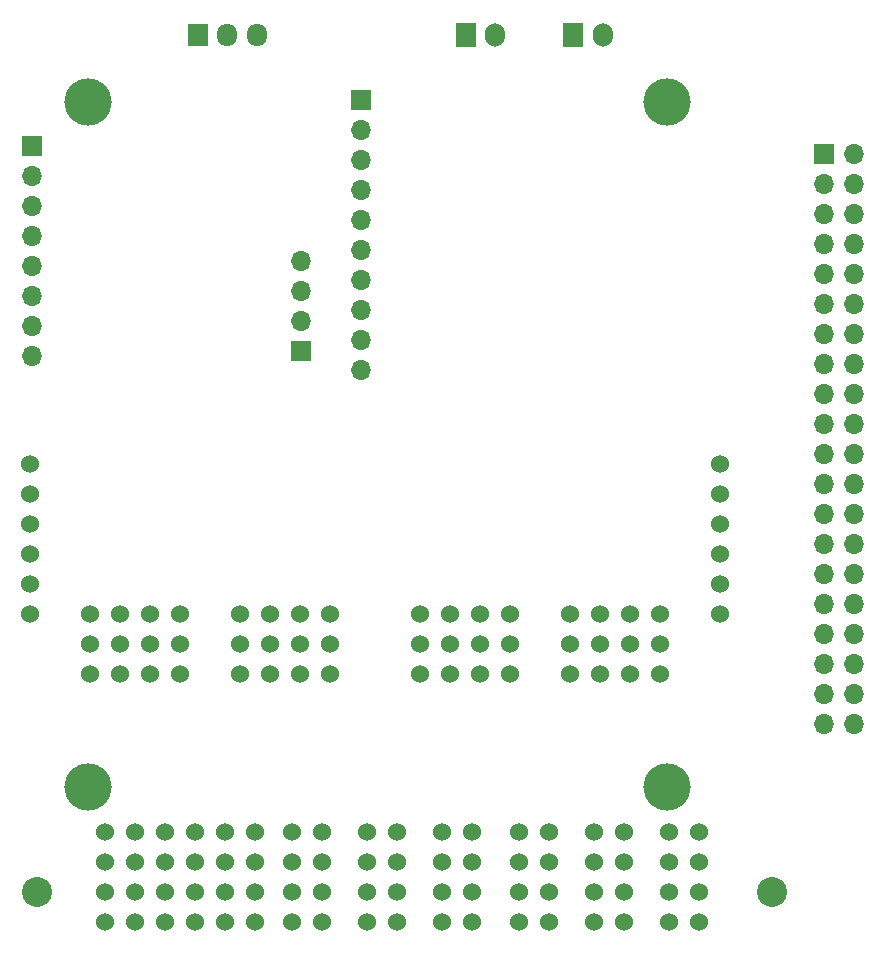
<source format=gbr>
G04 #@! TF.GenerationSoftware,KiCad,Pcbnew,(5.0.0)*
G04 #@! TF.CreationDate,2019-02-22T13:26:14-05:00*
G04 #@! TF.ProjectId,_saved_sensor_suite,5F73617665645F73656E736F725F7375,rev?*
G04 #@! TF.SameCoordinates,Original*
G04 #@! TF.FileFunction,Soldermask,Bot*
G04 #@! TF.FilePolarity,Negative*
%FSLAX46Y46*%
G04 Gerber Fmt 4.6, Leading zero omitted, Abs format (unit mm)*
G04 Created by KiCad (PCBNEW (5.0.0)) date 02/22/19 13:26:14*
%MOMM*%
%LPD*%
G01*
G04 APERTURE LIST*
%ADD10R,1.700000X1.950000*%
%ADD11O,1.700000X1.950000*%
%ADD12C,4.000000*%
%ADD13R,1.700000X1.700000*%
%ADD14O,1.700000X1.700000*%
%ADD15C,1.524000*%
%ADD16O,1.700000X2.000000*%
%ADD17R,1.700000X2.000000*%
%ADD18C,2.540000*%
G04 APERTURE END LIST*
D10*
G04 #@! TO.C,J7*
X143500000Y-73600000D03*
D11*
X146000000Y-73600000D03*
X148500000Y-73600000D03*
G04 #@! TD*
D12*
G04 #@! TO.C,U2*
X134250000Y-137250000D03*
X183250000Y-137250000D03*
X183250000Y-79250000D03*
X134250000Y-79250000D03*
G04 #@! TD*
D13*
G04 #@! TO.C,J8*
X157300000Y-79100000D03*
D14*
X157300000Y-81640000D03*
X157300000Y-84180000D03*
X157300000Y-86720000D03*
X157300000Y-89260000D03*
X157300000Y-91800000D03*
X157300000Y-94340000D03*
X157300000Y-96880000D03*
X157300000Y-99420000D03*
X157300000Y-101960000D03*
G04 #@! TD*
D13*
G04 #@! TO.C,J6*
X196500000Y-83700000D03*
D14*
X199040000Y-83700000D03*
X196500000Y-86240000D03*
X199040000Y-86240000D03*
X196500000Y-88780000D03*
X199040000Y-88780000D03*
X196500000Y-91320000D03*
X199040000Y-91320000D03*
X196500000Y-93860000D03*
X199040000Y-93860000D03*
X196500000Y-96400000D03*
X199040000Y-96400000D03*
X196500000Y-98940000D03*
X199040000Y-98940000D03*
X196500000Y-101480000D03*
X199040000Y-101480000D03*
X196500000Y-104020000D03*
X199040000Y-104020000D03*
X196500000Y-106560000D03*
X199040000Y-106560000D03*
X196500000Y-109100000D03*
X199040000Y-109100000D03*
X196500000Y-111640000D03*
X199040000Y-111640000D03*
X196500000Y-114180000D03*
X199040000Y-114180000D03*
X196500000Y-116720000D03*
X199040000Y-116720000D03*
X196500000Y-119260000D03*
X199040000Y-119260000D03*
X196500000Y-121800000D03*
X199040000Y-121800000D03*
X196500000Y-124340000D03*
X199040000Y-124340000D03*
X196500000Y-126880000D03*
X199040000Y-126880000D03*
X196500000Y-129420000D03*
X199040000Y-129420000D03*
X196500000Y-131960000D03*
X199040000Y-131960000D03*
G04 #@! TD*
D15*
G04 #@! TO.C,J2*
X129320000Y-117540000D03*
X129320000Y-115000000D03*
X129320000Y-120080000D03*
X129320000Y-112460000D03*
X129320000Y-109920000D03*
X129320000Y-122620000D03*
X187740000Y-117540000D03*
X187740000Y-120080000D03*
X187740000Y-115000000D03*
X187740000Y-112460000D03*
X187740000Y-109920000D03*
X187740000Y-122620000D03*
X134400000Y-127700000D03*
X134400000Y-125160000D03*
X134400000Y-122620000D03*
X136940000Y-122620000D03*
X136940000Y-127700000D03*
X136940000Y-125160000D03*
X139480000Y-122620000D03*
X139480000Y-127700000D03*
X139480000Y-125160000D03*
X142020000Y-122620000D03*
X142020000Y-127700000D03*
X142020000Y-125160000D03*
X147100000Y-122620000D03*
X147100000Y-127700000D03*
X147100000Y-125160000D03*
X149640000Y-122620000D03*
X149640000Y-127700000D03*
X149640000Y-125160000D03*
X152180000Y-122620000D03*
X152180000Y-127700000D03*
X152180000Y-125160000D03*
X154720000Y-122620000D03*
X154720000Y-127700000D03*
X154720000Y-125160000D03*
X162340000Y-122620000D03*
X162340000Y-127700000D03*
X162340000Y-125160000D03*
X164880000Y-122620000D03*
X164880000Y-125160000D03*
X164880000Y-127700000D03*
X167420000Y-122620000D03*
X167420000Y-125160000D03*
X167420000Y-127700000D03*
X169960000Y-122620000D03*
X169960000Y-125160000D03*
X169960000Y-127700000D03*
X182660000Y-122620000D03*
X182660000Y-127700000D03*
X182660000Y-125160000D03*
X180120000Y-122620000D03*
X180120000Y-125160000D03*
X180120000Y-127700000D03*
X177580000Y-127700000D03*
X177580000Y-125160000D03*
X177580000Y-122620000D03*
X175040000Y-122620000D03*
X175040000Y-125160000D03*
X175040000Y-127700000D03*
G04 #@! TD*
D14*
G04 #@! TO.C,J5*
X129500000Y-100780000D03*
X129500000Y-98240000D03*
X129500000Y-95700000D03*
X129500000Y-93160000D03*
X129500000Y-90620000D03*
X129500000Y-88080000D03*
X129500000Y-85540000D03*
D13*
X129500000Y-83000000D03*
G04 #@! TD*
D16*
G04 #@! TO.C,J4*
X168700000Y-73600000D03*
D17*
X166200000Y-73600000D03*
G04 #@! TD*
D16*
G04 #@! TO.C,J3*
X177800000Y-73600000D03*
D17*
X175300000Y-73600000D03*
G04 #@! TD*
D14*
G04 #@! TO.C,J1*
X152300000Y-92780000D03*
X152300000Y-95320000D03*
X152300000Y-97860000D03*
D13*
X152300000Y-100400000D03*
G04 #@! TD*
D18*
G04 #@! TO.C,CN1*
X129910000Y-146200000D03*
X192140000Y-146200000D03*
D15*
X185970000Y-146200000D03*
X185970000Y-141120000D03*
X183430000Y-146200000D03*
X185970000Y-148740000D03*
X183430000Y-141120000D03*
X183430000Y-143660000D03*
X183430000Y-148740000D03*
X185970000Y-143660000D03*
X179640000Y-148740000D03*
X179640000Y-143660000D03*
X177080000Y-143660000D03*
X177080000Y-146200000D03*
X177080000Y-148740000D03*
X179640000Y-146200000D03*
X177080000Y-141120000D03*
X179640000Y-141120000D03*
X170750000Y-148740000D03*
X173290000Y-143660000D03*
X170750000Y-143660000D03*
X173290000Y-141120000D03*
X173290000Y-146200000D03*
X170750000Y-146200000D03*
X170750000Y-141120000D03*
X173290000Y-148740000D03*
X164200000Y-146200000D03*
X164200000Y-141120000D03*
X164200000Y-143660000D03*
X164200000Y-148740000D03*
X166740000Y-146200000D03*
X166740000Y-148740000D03*
X166740000Y-141120000D03*
X166740000Y-143660000D03*
X160390000Y-146200000D03*
X160390000Y-141120000D03*
X160390000Y-143660000D03*
X160390000Y-148740000D03*
X157850000Y-141120000D03*
X157850000Y-146200000D03*
X157850000Y-143660000D03*
X157850000Y-148740000D03*
X148330000Y-143660000D03*
X148330000Y-148740000D03*
X148330000Y-146200000D03*
X148330000Y-141120000D03*
X145790000Y-143660000D03*
X145790000Y-148740000D03*
X145790000Y-146200000D03*
X145790000Y-141120000D03*
X143250000Y-143660000D03*
X143250000Y-148740000D03*
X143250000Y-146200000D03*
X143250000Y-141120000D03*
X151500000Y-148740000D03*
X151500000Y-146200000D03*
X151500000Y-143660000D03*
X154040000Y-148740000D03*
X154040000Y-146200000D03*
X154040000Y-143660000D03*
X154040000Y-141120000D03*
X151500000Y-141120000D03*
X135630000Y-148740000D03*
X140710000Y-148740000D03*
X138170000Y-148740000D03*
X135630000Y-146200000D03*
X138170000Y-146200000D03*
X140710000Y-146200000D03*
X135630000Y-143660000D03*
X138170000Y-143660000D03*
X140710000Y-143660000D03*
X140710000Y-141120000D03*
X138170000Y-141120000D03*
X135630000Y-141120000D03*
G04 #@! TD*
M02*

</source>
